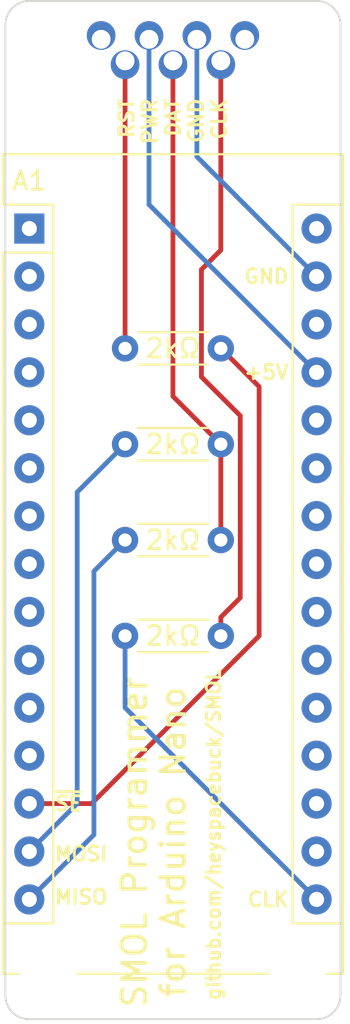
<source format=kicad_pcb>
(kicad_pcb (version 20171130) (host pcbnew "(5.1.2)-1")

  (general
    (thickness 1.6)
    (drawings 17)
    (tracks 34)
    (zones 0)
    (modules 12)
    (nets 11)
  )

  (page USLetter)
  (layers
    (0 F.Cu signal)
    (31 B.Cu signal)
    (36 B.SilkS user)
    (37 F.SilkS user)
    (38 B.Mask user hide)
    (39 F.Mask user hide)
    (40 Dwgs.User user hide)
    (41 Cmts.User user hide)
    (44 Edge.Cuts user)
    (45 Margin user)
    (46 B.CrtYd user)
    (47 F.CrtYd user)
  )

  (setup
    (last_trace_width 0.254)
    (trace_clearance 0.2032)
    (zone_clearance 0.3556)
    (zone_45_only no)
    (trace_min 0.2)
    (via_size 0.6096)
    (via_drill 0.4064)
    (via_min_size 0.4)
    (via_min_drill 0.3)
    (uvia_size 0.3048)
    (uvia_drill 0.1016)
    (uvias_allowed no)
    (uvia_min_size 0.2)
    (uvia_min_drill 0.1)
    (edge_width 0.1016)
    (segment_width 0.1016)
    (pcb_text_width 0.3)
    (pcb_text_size 1.5 1.5)
    (mod_edge_width 0.15)
    (mod_text_size 1 1)
    (mod_text_width 0.15)
    (pad_size 1.524 1.524)
    (pad_drill 1)
    (pad_to_mask_clearance 0.0508)
    (solder_mask_min_width 0.25)
    (aux_axis_origin 0 0)
    (visible_elements 7FFFFF7F)
    (pcbplotparams
      (layerselection 0x010f0_ffffffff)
      (usegerberextensions false)
      (usegerberattributes false)
      (usegerberadvancedattributes false)
      (creategerberjobfile false)
      (excludeedgelayer true)
      (linewidth 0.304800)
      (plotframeref false)
      (viasonmask false)
      (mode 1)
      (useauxorigin false)
      (hpglpennumber 1)
      (hpglpenspeed 20)
      (hpglpendiameter 15.000000)
      (psnegative false)
      (psa4output false)
      (plotreference true)
      (plotvalue true)
      (plotinvisibletext false)
      (padsonsilk false)
      (subtractmaskfromsilk false)
      (outputformat 1)
      (mirror false)
      (drillshape 0)
      (scaleselection 1)
      (outputdirectory "gerbs/"))
  )

  (net 0 "")
  (net 1 /prog_miso)
  (net 2 /pwr)
  (net 3 /prog_clk)
  (net 4 /prog_mosi)
  (net 5 /prog_reset)
  (net 6 /att_reset)
  (net 7 /att_data)
  (net 8 GNDREF)
  (net 9 /att_clk)
  (net 10 "Net-(A1-Pad17)")

  (net_class Default "This is the default net class."
    (clearance 0.2032)
    (trace_width 0.254)
    (via_dia 0.6096)
    (via_drill 0.4064)
    (uvia_dia 0.3048)
    (uvia_drill 0.1016)
    (add_net /att_clk)
    (add_net /att_data)
    (add_net /att_reset)
    (add_net /prog_clk)
    (add_net /prog_miso)
    (add_net /prog_mosi)
    (add_net /prog_reset)
    (add_net /pwr)
    (add_net GNDREF)
    (add_net "Net-(A1-Pad17)")
  )

  (net_class PWR ""
    (clearance 0.3048)
    (trace_width 0.4064)
    (via_dia 0.6096)
    (via_drill 0.4064)
    (uvia_dia 0.3048)
    (uvia_drill 0.1016)
  )

  (net_class Thick ""
    (clearance 0.3048)
    (trace_width 0.8128)
    (via_dia 0.6096)
    (via_drill 0.4064)
    (uvia_dia 0.3048)
    (uvia_drill 0.1016)
  )

  (module Wire_Pads:SolderWirePad_single_1mmDrill (layer F.Cu) (tedit 5CE1FD93) (tstamp 5CC60BEB)
    (at 31.75 14.097 90)
    (fp_text reference HOLE6 (at 0 -3.81 90) (layer F.SilkS) hide
      (effects (font (size 1 1) (thickness 0.15)))
    )
    (fp_text value SolderWirePad_single_1mmDrill (at -1.905 3.175 90) (layer F.Fab)
      (effects (font (size 1 1) (thickness 0.15)))
    )
    (pad 1 thru_hole oval (at 0 0 90) (size 1.524 1.524) (drill 1 (offset 0.2032 0)) (layers *.Cu *.Mask))
  )

  (module Mounting_Holes:MountingHole_3.2mm_M3 (layer F.Cu) (tedit 5CABC135) (tstamp 5CAC1F8E)
    (at 33.655 18.415)
    (descr "Mounting Hole 3.2mm, no annular, M3")
    (tags "mounting hole 3.2mm no annular m3")
    (attr virtual)
    (fp_text reference HOLE2 (at 0 -4.2) (layer F.SilkS) hide
      (effects (font (size 1 1) (thickness 0.15)))
    )
    (fp_text value MountingHole_3.2mm_M3 (at 0 4.2) (layer F.Fab)
      (effects (font (size 1 1) (thickness 0.15)))
    )
    (fp_circle (center 0 0) (end 1.905 0) (layer F.CrtYd) (width 0.05))
    (fp_circle (center 0 0) (end 1.778 0) (layer Cmts.User) (width 0.15))
    (fp_text user %R (at 0.3 0) (layer F.Fab)
      (effects (font (size 1 1) (thickness 0.15)))
    )
    (pad "" np_thru_hole circle (at 0 0) (size 3 3) (drill 3) (layers *.Cu *.Mask))
  )

  (module Mounting_Holes:MountingHole_3.2mm_M3 (layer F.Cu) (tedit 5CABC135) (tstamp 5CAC1E43)
    (at 34.544 63.5)
    (descr "Mounting Hole 3.2mm, no annular, M3")
    (tags "mounting hole 3.2mm no annular m3")
    (attr virtual)
    (fp_text reference HOLE4 (at 0 -4.2) (layer F.SilkS) hide
      (effects (font (size 1 1) (thickness 0.15)))
    )
    (fp_text value MountingHole_3.2mm_M3 (at 0 4.2) (layer F.Fab)
      (effects (font (size 1 1) (thickness 0.15)))
    )
    (fp_circle (center 0 0) (end 1.905 0) (layer F.CrtYd) (width 0.05))
    (fp_circle (center 0 0) (end 1.778 0) (layer Cmts.User) (width 0.15))
    (fp_text user %R (at 0.3 0) (layer F.Fab)
      (effects (font (size 1 1) (thickness 0.15)))
    )
    (pad "" np_thru_hole circle (at 0 0) (size 3 3) (drill 3) (layers *.Cu *.Mask))
  )

  (module Mounting_Holes:MountingHole_3.2mm_M3 (layer F.Cu) (tedit 5CABC135) (tstamp 5CAC1E35)
    (at 21.336 63.5)
    (descr "Mounting Hole 3.2mm, no annular, M3")
    (tags "mounting hole 3.2mm no annular m3")
    (attr virtual)
    (fp_text reference HOLE3 (at 0 -4.2) (layer F.SilkS) hide
      (effects (font (size 1 1) (thickness 0.15)))
    )
    (fp_text value MountingHole_3.2mm_M3 (at 0 4.2) (layer F.Fab)
      (effects (font (size 1 1) (thickness 0.15)))
    )
    (fp_text user %R (at 0.3 0) (layer F.Fab)
      (effects (font (size 1 1) (thickness 0.15)))
    )
    (fp_circle (center 0 0) (end 1.778 0) (layer Cmts.User) (width 0.15))
    (fp_circle (center 0 0) (end 1.905 0) (layer F.CrtYd) (width 0.05))
    (pad "" np_thru_hole circle (at 0 0) (size 3 3) (drill 3) (layers *.Cu *.Mask))
  )

  (module Mounting_Holes:MountingHole_3.2mm_M3 (layer F.Cu) (tedit 5CABC135) (tstamp 5CAC1D20)
    (at 22.225 18.415)
    (descr "Mounting Hole 3.2mm, no annular, M3")
    (tags "mounting hole 3.2mm no annular m3")
    (attr virtual)
    (fp_text reference HOLE1 (at 0 -4.2) (layer F.SilkS) hide
      (effects (font (size 1 1) (thickness 0.15)))
    )
    (fp_text value MountingHole_3.2mm_M3 (at 0 4.2) (layer F.Fab)
      (effects (font (size 1 1) (thickness 0.15)))
    )
    (fp_text user %R (at 0.3 0) (layer F.Fab)
      (effects (font (size 1 1) (thickness 0.15)))
    )
    (fp_circle (center 0 0) (end 1.778 0) (layer Cmts.User) (width 0.15))
    (fp_circle (center 0 0) (end 1.905 0) (layer F.CrtYd) (width 0.05))
    (pad "" np_thru_hole circle (at 0 0) (size 3 3) (drill 3) (layers *.Cu *.Mask))
  )

  (module SMOL_footprints:edgeconn (layer F.Cu) (tedit 5CC60A11) (tstamp 5CAC0BA6)
    (at 25.4 14.605 90)
    (descr "Through hole straight pin header, 1x06, 2.00mm pitch, single row")
    (tags "Through hole pin header THT 1x06 2.00mm single row")
    (path /5BDCB3F8)
    (fp_text reference J2 (at 0 -2.06 90) (layer F.SilkS) hide
      (effects (font (size 1 1) (thickness 0.15)))
    )
    (fp_text value Conn_01x05 (at 0.127 6.35 90) (layer F.Fab)
      (effects (font (size 1 1) (thickness 0.15)))
    )
    (fp_line (start -1.5 -0.611) (end -1.5 5.658) (layer F.CrtYd) (width 0.05))
    (fp_line (start -1.5 5.658) (end 1.5 5.658) (layer F.CrtYd) (width 0.05))
    (fp_line (start 1.5 5.658) (end 1.5 -0.611) (layer F.CrtYd) (width 0.05))
    (fp_line (start 1.5 -0.611) (end -1.5 -0.611) (layer F.CrtYd) (width 0.05))
    (fp_text user %R (at 0 -2.06 90) (layer F.Fab)
      (effects (font (size 1 1) (thickness 0.15)))
    )
    (pad 1 thru_hole oval (at -0.635 0 90) (size 1.524 1.524) (drill 1 (offset -0.2032 0)) (layers *.Cu *.Mask)
      (net 6 /att_reset))
    (pad 2 thru_hole oval (at 0.508 1.27 90) (size 1.524 1.524) (drill 1 (offset 0.2032 0)) (layers *.Cu *.Mask)
      (net 2 /pwr))
    (pad 3 thru_hole oval (at -0.635 2.54 90) (size 1.524 1.524) (drill 1 (offset -0.2032 0)) (layers *.Cu *.Mask)
      (net 7 /att_data))
    (pad 4 thru_hole oval (at 0.508 3.81 90) (size 1.524 1.524) (drill 1 (offset 0.2032 0)) (layers *.Cu *.Mask)
      (net 8 GNDREF))
    (pad 5 thru_hole oval (at -0.635 5.08 90) (size 1.524 1.524) (drill 1 (offset -0.2032 0)) (layers *.Cu *.Mask)
      (net 9 /att_clk))
    (model ${KISYS3DMOD}/Pin_Headers.3dshapes/Pin_Header_Straight_1x06_Pitch2.00mm.wrl
      (at (xyz 0 0 0))
      (scale (xyz 1 1 1))
      (rotate (xyz 0 0 0))
    )
  )

  (module Modules:Arduino_Nano (layer F.Cu) (tedit 58ACAF70) (tstamp 5CAC0B81)
    (at 20.32 24.13)
    (descr "Arduino Nano, http://www.mouser.com/pdfdocs/Gravitech_Arduino_Nano3_0.pdf")
    (tags "Arduino Nano")
    (path /5CABB7A9)
    (fp_text reference A1 (at 0 -2.54) (layer F.SilkS)
      (effects (font (size 1 1) (thickness 0.15)))
    )
    (fp_text value Arduino_Nano_v3.x (at 8.89 19.05 90) (layer F.Fab)
      (effects (font (size 1 1) (thickness 0.15)))
    )
    (fp_line (start 16.75 42.16) (end -1.53 42.16) (layer F.CrtYd) (width 0.05))
    (fp_line (start 16.75 42.16) (end 16.75 -4.06) (layer F.CrtYd) (width 0.05))
    (fp_line (start -1.53 -4.06) (end -1.53 42.16) (layer F.CrtYd) (width 0.05))
    (fp_line (start -1.53 -4.06) (end 16.75 -4.06) (layer F.CrtYd) (width 0.05))
    (fp_line (start 16.51 -3.81) (end 16.51 39.37) (layer F.Fab) (width 0.1))
    (fp_line (start 0 -3.81) (end 16.51 -3.81) (layer F.Fab) (width 0.1))
    (fp_line (start -1.27 -2.54) (end 0 -3.81) (layer F.Fab) (width 0.1))
    (fp_line (start -1.27 39.37) (end -1.27 -2.54) (layer F.Fab) (width 0.1))
    (fp_line (start 16.51 39.37) (end -1.27 39.37) (layer F.Fab) (width 0.1))
    (fp_line (start 16.64 -3.94) (end -1.4 -3.94) (layer F.SilkS) (width 0.12))
    (fp_line (start 16.64 39.5) (end 16.64 -3.94) (layer F.SilkS) (width 0.12))
    (fp_line (start -1.4 39.5) (end 16.64 39.5) (layer F.SilkS) (width 0.12))
    (fp_line (start 3.81 41.91) (end 3.81 31.75) (layer F.Fab) (width 0.1))
    (fp_line (start 11.43 41.91) (end 3.81 41.91) (layer F.Fab) (width 0.1))
    (fp_line (start 11.43 31.75) (end 11.43 41.91) (layer F.Fab) (width 0.1))
    (fp_line (start 3.81 31.75) (end 11.43 31.75) (layer F.Fab) (width 0.1))
    (fp_line (start 1.27 36.83) (end -1.4 36.83) (layer F.SilkS) (width 0.12))
    (fp_line (start 1.27 1.27) (end 1.27 36.83) (layer F.SilkS) (width 0.12))
    (fp_line (start 1.27 1.27) (end -1.4 1.27) (layer F.SilkS) (width 0.12))
    (fp_line (start 13.97 36.83) (end 16.64 36.83) (layer F.SilkS) (width 0.12))
    (fp_line (start 13.97 -1.27) (end 13.97 36.83) (layer F.SilkS) (width 0.12))
    (fp_line (start 13.97 -1.27) (end 16.64 -1.27) (layer F.SilkS) (width 0.12))
    (fp_line (start -1.4 -3.94) (end -1.4 -1.27) (layer F.SilkS) (width 0.12))
    (fp_line (start -1.4 1.27) (end -1.4 39.5) (layer F.SilkS) (width 0.12))
    (fp_line (start 1.27 -1.27) (end -1.4 -1.27) (layer F.SilkS) (width 0.12))
    (fp_line (start 1.27 1.27) (end 1.27 -1.27) (layer F.SilkS) (width 0.12))
    (fp_text user %R (at 6.35 19.05 90) (layer F.Fab)
      (effects (font (size 1 1) (thickness 0.15)))
    )
    (pad 16 thru_hole oval (at 15.24 35.56) (size 1.6 1.6) (drill 0.8) (layers *.Cu *.Mask)
      (net 3 /prog_clk))
    (pad 15 thru_hole oval (at 0 35.56) (size 1.6 1.6) (drill 0.8) (layers *.Cu *.Mask)
      (net 4 /prog_mosi))
    (pad 30 thru_hole oval (at 15.24 0) (size 1.6 1.6) (drill 0.8) (layers *.Cu *.Mask))
    (pad 14 thru_hole oval (at 0 33.02) (size 1.6 1.6) (drill 0.8) (layers *.Cu *.Mask)
      (net 1 /prog_miso))
    (pad 29 thru_hole oval (at 15.24 2.54) (size 1.6 1.6) (drill 0.8) (layers *.Cu *.Mask)
      (net 8 GNDREF))
    (pad 13 thru_hole oval (at 0 30.48) (size 1.6 1.6) (drill 0.8) (layers *.Cu *.Mask)
      (net 5 /prog_reset))
    (pad 28 thru_hole oval (at 15.24 5.08) (size 1.6 1.6) (drill 0.8) (layers *.Cu *.Mask))
    (pad 12 thru_hole oval (at 0 27.94) (size 1.6 1.6) (drill 0.8) (layers *.Cu *.Mask))
    (pad 27 thru_hole oval (at 15.24 7.62) (size 1.6 1.6) (drill 0.8) (layers *.Cu *.Mask)
      (net 2 /pwr))
    (pad 11 thru_hole oval (at 0 25.4) (size 1.6 1.6) (drill 0.8) (layers *.Cu *.Mask))
    (pad 26 thru_hole oval (at 15.24 10.16) (size 1.6 1.6) (drill 0.8) (layers *.Cu *.Mask))
    (pad 10 thru_hole oval (at 0 22.86) (size 1.6 1.6) (drill 0.8) (layers *.Cu *.Mask))
    (pad 25 thru_hole oval (at 15.24 12.7) (size 1.6 1.6) (drill 0.8) (layers *.Cu *.Mask))
    (pad 9 thru_hole oval (at 0 20.32) (size 1.6 1.6) (drill 0.8) (layers *.Cu *.Mask))
    (pad 24 thru_hole oval (at 15.24 15.24) (size 1.6 1.6) (drill 0.8) (layers *.Cu *.Mask))
    (pad 8 thru_hole oval (at 0 17.78) (size 1.6 1.6) (drill 0.8) (layers *.Cu *.Mask))
    (pad 23 thru_hole oval (at 15.24 17.78) (size 1.6 1.6) (drill 0.8) (layers *.Cu *.Mask))
    (pad 7 thru_hole oval (at 0 15.24) (size 1.6 1.6) (drill 0.8) (layers *.Cu *.Mask))
    (pad 22 thru_hole oval (at 15.24 20.32) (size 1.6 1.6) (drill 0.8) (layers *.Cu *.Mask))
    (pad 6 thru_hole oval (at 0 12.7) (size 1.6 1.6) (drill 0.8) (layers *.Cu *.Mask))
    (pad 21 thru_hole oval (at 15.24 22.86) (size 1.6 1.6) (drill 0.8) (layers *.Cu *.Mask))
    (pad 5 thru_hole oval (at 0 10.16) (size 1.6 1.6) (drill 0.8) (layers *.Cu *.Mask))
    (pad 20 thru_hole oval (at 15.24 25.4) (size 1.6 1.6) (drill 0.8) (layers *.Cu *.Mask))
    (pad 4 thru_hole oval (at 0 7.62) (size 1.6 1.6) (drill 0.8) (layers *.Cu *.Mask)
      (net 8 GNDREF))
    (pad 19 thru_hole oval (at 15.24 27.94) (size 1.6 1.6) (drill 0.8) (layers *.Cu *.Mask))
    (pad 3 thru_hole oval (at 0 5.08) (size 1.6 1.6) (drill 0.8) (layers *.Cu *.Mask))
    (pad 18 thru_hole oval (at 15.24 30.48) (size 1.6 1.6) (drill 0.8) (layers *.Cu *.Mask))
    (pad 2 thru_hole oval (at 0 2.54) (size 1.6 1.6) (drill 0.8) (layers *.Cu *.Mask))
    (pad 17 thru_hole oval (at 15.24 33.02) (size 1.6 1.6) (drill 0.8) (layers *.Cu *.Mask)
      (net 10 "Net-(A1-Pad17)"))
    (pad 1 thru_hole rect (at 0 0) (size 1.6 1.6) (drill 0.8) (layers *.Cu *.Mask))
  )

  (module Resistors_THT:R_Axial_DIN0204_L3.6mm_D1.6mm_P5.08mm_Horizontal (layer F.Cu) (tedit 5CABBC03) (tstamp 5CAC0BB8)
    (at 30.48 30.48 180)
    (descr "Resistor, Axial_DIN0204 series, Axial, Horizontal, pin pitch=5.08mm, 0.16666666666666666W = 1/6W, length*diameter=3.6*1.6mm^2, http://cdn-reichelt.de/documents/datenblatt/B400/1_4W%23YAG.pdf")
    (tags "Resistor Axial_DIN0204 series Axial Horizontal pin pitch 5.08mm 0.16666666666666666W = 1/6W length 3.6mm diameter 1.6mm")
    (path /5BDCB8DB)
    (fp_text reference 2kΩ (at 2.54 0 180) (layer F.SilkS)
      (effects (font (size 1 1) (thickness 0.15)))
    )
    (fp_text value 2k (at 2.54 1.86 180) (layer F.Fab)
      (effects (font (size 1 1) (thickness 0.15)))
    )
    (fp_line (start 6.05 -1.15) (end -0.95 -1.15) (layer F.CrtYd) (width 0.05))
    (fp_line (start 6.05 1.15) (end 6.05 -1.15) (layer F.CrtYd) (width 0.05))
    (fp_line (start -0.95 1.15) (end 6.05 1.15) (layer F.CrtYd) (width 0.05))
    (fp_line (start -0.95 -1.15) (end -0.95 1.15) (layer F.CrtYd) (width 0.05))
    (fp_line (start 0.68 0.86) (end 4.4 0.86) (layer F.SilkS) (width 0.12))
    (fp_line (start 0.68 -0.86) (end 4.4 -0.86) (layer F.SilkS) (width 0.12))
    (fp_line (start 5.08 0) (end 4.34 0) (layer F.Fab) (width 0.1))
    (fp_line (start 0 0) (end 0.74 0) (layer F.Fab) (width 0.1))
    (fp_line (start 4.34 -0.8) (end 0.74 -0.8) (layer F.Fab) (width 0.1))
    (fp_line (start 4.34 0.8) (end 4.34 -0.8) (layer F.Fab) (width 0.1))
    (fp_line (start 0.74 0.8) (end 4.34 0.8) (layer F.Fab) (width 0.1))
    (fp_line (start 0.74 -0.8) (end 0.74 0.8) (layer F.Fab) (width 0.1))
    (pad 2 thru_hole oval (at 5.08 0 180) (size 1.4 1.4) (drill 0.7) (layers *.Cu *.Mask)
      (net 6 /att_reset))
    (pad 1 thru_hole circle (at 0 0 180) (size 1.4 1.4) (drill 0.7) (layers *.Cu *.Mask)
      (net 5 /prog_reset))
    (model ${KISYS3DMOD}/Resistors_THT.3dshapes/R_Axial_DIN0204_L3.6mm_D1.6mm_P5.08mm_Horizontal.wrl
      (at (xyz 0 0 0))
      (scale (xyz 0.393701 0.393701 0.393701))
      (rotate (xyz 0 0 0))
    )
  )

  (module Resistors_THT:R_Axial_DIN0204_L3.6mm_D1.6mm_P5.08mm_Horizontal (layer F.Cu) (tedit 5CABBBFC) (tstamp 5CAC0BCA)
    (at 25.4 35.56)
    (descr "Resistor, Axial_DIN0204 series, Axial, Horizontal, pin pitch=5.08mm, 0.16666666666666666W = 1/6W, length*diameter=3.6*1.6mm^2, http://cdn-reichelt.de/documents/datenblatt/B400/1_4W%23YAG.pdf")
    (tags "Resistor Axial_DIN0204 series Axial Horizontal pin pitch 5.08mm 0.16666666666666666W = 1/6W length 3.6mm diameter 1.6mm")
    (path /5BDCBA74)
    (fp_text reference 2kΩ (at 2.54 0) (layer F.SilkS)
      (effects (font (size 1 1) (thickness 0.15)))
    )
    (fp_text value 2k (at 2.54 1.86) (layer F.Fab)
      (effects (font (size 1 1) (thickness 0.15)))
    )
    (fp_line (start 0.74 -0.8) (end 0.74 0.8) (layer F.Fab) (width 0.1))
    (fp_line (start 0.74 0.8) (end 4.34 0.8) (layer F.Fab) (width 0.1))
    (fp_line (start 4.34 0.8) (end 4.34 -0.8) (layer F.Fab) (width 0.1))
    (fp_line (start 4.34 -0.8) (end 0.74 -0.8) (layer F.Fab) (width 0.1))
    (fp_line (start 0 0) (end 0.74 0) (layer F.Fab) (width 0.1))
    (fp_line (start 5.08 0) (end 4.34 0) (layer F.Fab) (width 0.1))
    (fp_line (start 0.68 -0.86) (end 4.4 -0.86) (layer F.SilkS) (width 0.12))
    (fp_line (start 0.68 0.86) (end 4.4 0.86) (layer F.SilkS) (width 0.12))
    (fp_line (start -0.95 -1.15) (end -0.95 1.15) (layer F.CrtYd) (width 0.05))
    (fp_line (start -0.95 1.15) (end 6.05 1.15) (layer F.CrtYd) (width 0.05))
    (fp_line (start 6.05 1.15) (end 6.05 -1.15) (layer F.CrtYd) (width 0.05))
    (fp_line (start 6.05 -1.15) (end -0.95 -1.15) (layer F.CrtYd) (width 0.05))
    (pad 1 thru_hole circle (at 0 0) (size 1.4 1.4) (drill 0.7) (layers *.Cu *.Mask)
      (net 1 /prog_miso))
    (pad 2 thru_hole oval (at 5.08 0) (size 1.4 1.4) (drill 0.7) (layers *.Cu *.Mask)
      (net 7 /att_data))
    (model ${KISYS3DMOD}/Resistors_THT.3dshapes/R_Axial_DIN0204_L3.6mm_D1.6mm_P5.08mm_Horizontal.wrl
      (at (xyz 0 0 0))
      (scale (xyz 0.393701 0.393701 0.393701))
      (rotate (xyz 0 0 0))
    )
  )

  (module Resistors_THT:R_Axial_DIN0204_L3.6mm_D1.6mm_P5.08mm_Horizontal (layer F.Cu) (tedit 5CABBBF7) (tstamp 5CAC0BDC)
    (at 25.4 40.64)
    (descr "Resistor, Axial_DIN0204 series, Axial, Horizontal, pin pitch=5.08mm, 0.16666666666666666W = 1/6W, length*diameter=3.6*1.6mm^2, http://cdn-reichelt.de/documents/datenblatt/B400/1_4W%23YAG.pdf")
    (tags "Resistor Axial_DIN0204 series Axial Horizontal pin pitch 5.08mm 0.16666666666666666W = 1/6W length 3.6mm diameter 1.6mm")
    (path /5BDCBA9A)
    (fp_text reference 2kΩ (at 2.54 0) (layer F.SilkS)
      (effects (font (size 1 1) (thickness 0.15)))
    )
    (fp_text value 2k (at 2.54 1.86) (layer F.Fab)
      (effects (font (size 1 1) (thickness 0.15)))
    )
    (fp_line (start 6.05 -1.15) (end -0.95 -1.15) (layer F.CrtYd) (width 0.05))
    (fp_line (start 6.05 1.15) (end 6.05 -1.15) (layer F.CrtYd) (width 0.05))
    (fp_line (start -0.95 1.15) (end 6.05 1.15) (layer F.CrtYd) (width 0.05))
    (fp_line (start -0.95 -1.15) (end -0.95 1.15) (layer F.CrtYd) (width 0.05))
    (fp_line (start 0.68 0.86) (end 4.4 0.86) (layer F.SilkS) (width 0.12))
    (fp_line (start 0.68 -0.86) (end 4.4 -0.86) (layer F.SilkS) (width 0.12))
    (fp_line (start 5.08 0) (end 4.34 0) (layer F.Fab) (width 0.1))
    (fp_line (start 0 0) (end 0.74 0) (layer F.Fab) (width 0.1))
    (fp_line (start 4.34 -0.8) (end 0.74 -0.8) (layer F.Fab) (width 0.1))
    (fp_line (start 4.34 0.8) (end 4.34 -0.8) (layer F.Fab) (width 0.1))
    (fp_line (start 0.74 0.8) (end 4.34 0.8) (layer F.Fab) (width 0.1))
    (fp_line (start 0.74 -0.8) (end 0.74 0.8) (layer F.Fab) (width 0.1))
    (pad 2 thru_hole oval (at 5.08 0) (size 1.4 1.4) (drill 0.7) (layers *.Cu *.Mask)
      (net 7 /att_data))
    (pad 1 thru_hole circle (at 0 0) (size 1.4 1.4) (drill 0.7) (layers *.Cu *.Mask)
      (net 4 /prog_mosi))
    (model ${KISYS3DMOD}/Resistors_THT.3dshapes/R_Axial_DIN0204_L3.6mm_D1.6mm_P5.08mm_Horizontal.wrl
      (at (xyz 0 0 0))
      (scale (xyz 0.393701 0.393701 0.393701))
      (rotate (xyz 0 0 0))
    )
  )

  (module Resistors_THT:R_Axial_DIN0204_L3.6mm_D1.6mm_P5.08mm_Horizontal (layer F.Cu) (tedit 5CABBBEB) (tstamp 5CAC0BEE)
    (at 25.4 45.72)
    (descr "Resistor, Axial_DIN0204 series, Axial, Horizontal, pin pitch=5.08mm, 0.16666666666666666W = 1/6W, length*diameter=3.6*1.6mm^2, http://cdn-reichelt.de/documents/datenblatt/B400/1_4W%23YAG.pdf")
    (tags "Resistor Axial_DIN0204 series Axial Horizontal pin pitch 5.08mm 0.16666666666666666W = 1/6W length 3.6mm diameter 1.6mm")
    (path /5BDCBAC2)
    (fp_text reference 2kΩ (at 2.54 0) (layer F.SilkS)
      (effects (font (size 1 1) (thickness 0.15)))
    )
    (fp_text value 2k (at 2.54 1.86) (layer F.Fab)
      (effects (font (size 1 1) (thickness 0.15)))
    )
    (fp_line (start 0.74 -0.8) (end 0.74 0.8) (layer F.Fab) (width 0.1))
    (fp_line (start 0.74 0.8) (end 4.34 0.8) (layer F.Fab) (width 0.1))
    (fp_line (start 4.34 0.8) (end 4.34 -0.8) (layer F.Fab) (width 0.1))
    (fp_line (start 4.34 -0.8) (end 0.74 -0.8) (layer F.Fab) (width 0.1))
    (fp_line (start 0 0) (end 0.74 0) (layer F.Fab) (width 0.1))
    (fp_line (start 5.08 0) (end 4.34 0) (layer F.Fab) (width 0.1))
    (fp_line (start 0.68 -0.86) (end 4.4 -0.86) (layer F.SilkS) (width 0.12))
    (fp_line (start 0.68 0.86) (end 4.4 0.86) (layer F.SilkS) (width 0.12))
    (fp_line (start -0.95 -1.15) (end -0.95 1.15) (layer F.CrtYd) (width 0.05))
    (fp_line (start -0.95 1.15) (end 6.05 1.15) (layer F.CrtYd) (width 0.05))
    (fp_line (start 6.05 1.15) (end 6.05 -1.15) (layer F.CrtYd) (width 0.05))
    (fp_line (start 6.05 -1.15) (end -0.95 -1.15) (layer F.CrtYd) (width 0.05))
    (pad 1 thru_hole circle (at 0 0) (size 1.4 1.4) (drill 0.7) (layers *.Cu *.Mask)
      (net 3 /prog_clk))
    (pad 2 thru_hole oval (at 5.08 0) (size 1.4 1.4) (drill 0.7) (layers *.Cu *.Mask)
      (net 9 /att_clk))
    (model ${KISYS3DMOD}/Resistors_THT.3dshapes/R_Axial_DIN0204_L3.6mm_D1.6mm_P5.08mm_Horizontal.wrl
      (at (xyz 0 0 0))
      (scale (xyz 0.393701 0.393701 0.393701))
      (rotate (xyz 0 0 0))
    )
  )

  (module Wire_Pads:SolderWirePad_single_1mmDrill (layer F.Cu) (tedit 5CE1FD56) (tstamp 5CC608EC)
    (at 24.13 14.097 90)
    (fp_text reference HOLE5 (at 0 -3.81 90) (layer F.SilkS) hide
      (effects (font (size 1 1) (thickness 0.15)))
    )
    (fp_text value SolderWirePad_single_1mmDrill (at -1.905 3.175 90) (layer F.Fab)
      (effects (font (size 1 1) (thickness 0.15)))
    )
    (pad 1 thru_hole oval (at 0 0 90) (size 1.524 1.524) (drill 1 (offset 0.2032 0)) (layers *.Cu *.Mask))
  )

  (gr_text github.com/heyspacebuck/SMOL (at 30.099 56.261 90) (layer F.SilkS)
    (effects (font (size 0.7112 0.7112) (thickness 0.1524)))
  )
  (gr_text "SMOL Programmer\nfor Arduino Nano" (at 26.924 56.642 90) (layer F.SilkS)
    (effects (font (size 1.27 1.27) (thickness 0.2032)))
  )
  (gr_text CLK (at 34.163 59.69) (layer F.SilkS) (tstamp 5CC404A2)
    (effects (font (size 0.762 0.762) (thickness 0.15875)) (justify right))
  )
  (gr_text ~SE (at 21.59 54.61) (layer F.SilkS) (tstamp 5CC4049B)
    (effects (font (size 0.762 0.762) (thickness 0.15875)) (justify left))
  )
  (gr_text MISO (at 21.59 59.563) (layer F.SilkS) (tstamp 5CC40496)
    (effects (font (size 0.762 0.762) (thickness 0.15875)) (justify left))
  )
  (gr_text MOSI (at 21.59 57.277) (layer F.SilkS) (tstamp 5CC4048D)
    (effects (font (size 0.762 0.762) (thickness 0.15875)) (justify left))
  )
  (gr_text +5V (at 34.163 31.75) (layer F.SilkS) (tstamp 5CC40487)
    (effects (font (size 0.762 0.762) (thickness 0.15875)) (justify right))
  )
  (gr_text GND (at 34.163 26.67) (layer F.SilkS) (tstamp 5CC4047E)
    (effects (font (size 0.762 0.762) (thickness 0.15875)) (justify right))
  )
  (gr_arc (start 20.32 64.77) (end 19.05 64.77) (angle -90) (layer Edge.Cuts) (width 0.1016))
  (gr_arc (start 35.56 64.77) (end 35.56 66.04) (angle -90) (layer Edge.Cuts) (width 0.1016))
  (gr_arc (start 35.56 13.335) (end 36.83 13.335) (angle -90) (layer Edge.Cuts) (width 0.1016))
  (gr_arc (start 20.32 13.335) (end 20.32 12.065) (angle -90) (layer Edge.Cuts) (width 0.1016))
  (gr_line (start 35.56 12.065) (end 20.32 12.065) (layer Edge.Cuts) (width 0.1016))
  (gr_line (start 36.83 64.77) (end 36.83 13.335) (layer Edge.Cuts) (width 0.1016))
  (gr_line (start 20.32 66.04) (end 35.56 66.04) (layer Edge.Cuts) (width 0.1016))
  (gr_line (start 19.05 13.335) (end 19.05 64.77) (layer Edge.Cuts) (width 0.1016))
  (gr_text "RST\nPWR\nDAT\nGND\nCLK" (at 27.94 17.145 90) (layer F.SilkS)
    (effects (font (size 0.762 0.762) (thickness 0.15875)) (justify right))
  )

  (segment (start 21.119999 56.350001) (end 20.32 57.15) (width 0.254) (layer B.Cu) (net 1))
  (segment (start 22.86 54.61) (end 21.119999 56.350001) (width 0.254) (layer B.Cu) (net 1))
  (segment (start 25.4 35.56) (end 22.86 38.1) (width 0.254) (layer B.Cu) (net 1))
  (segment (start 22.86 38.1) (end 22.86 54.61) (width 0.254) (layer B.Cu) (net 1))
  (segment (start 35.56 31.75) (end 26.67 22.86) (width 0.254) (layer B.Cu) (net 2))
  (segment (start 26.67 15.096742) (end 26.67 14.097) (width 0.254) (layer B.Cu) (net 2))
  (segment (start 26.67 22.86) (end 26.67 15.096742) (width 0.254) (layer B.Cu) (net 2))
  (segment (start 34.760001 58.890001) (end 35.56 59.69) (width 0.254) (layer B.Cu) (net 3))
  (segment (start 25.4 45.72) (end 25.4 49.53) (width 0.254) (layer B.Cu) (net 3))
  (segment (start 25.4 49.53) (end 34.760001 58.890001) (width 0.254) (layer B.Cu) (net 3))
  (segment (start 23.749 42.291) (end 25.4 40.64) (width 0.254) (layer B.Cu) (net 4))
  (segment (start 20.32 59.69) (end 23.749 56.261) (width 0.254) (layer B.Cu) (net 4))
  (segment (start 23.749 56.261) (end 23.749 42.291) (width 0.254) (layer B.Cu) (net 4))
  (segment (start 31.179999 31.179999) (end 30.48 30.48) (width 0.254) (layer F.Cu) (net 5))
  (segment (start 32.512 32.512) (end 31.179999 31.179999) (width 0.254) (layer F.Cu) (net 5))
  (segment (start 32.512 45.72) (end 32.512 32.512) (width 0.254) (layer F.Cu) (net 5))
  (segment (start 20.32 54.61) (end 23.622 54.61) (width 0.254) (layer F.Cu) (net 5))
  (segment (start 23.622 54.61) (end 32.512 45.72) (width 0.254) (layer F.Cu) (net 5))
  (segment (start 25.4 29.490051) (end 25.4 15.24) (width 0.254) (layer F.Cu) (net 6))
  (segment (start 25.4 30.48) (end 25.4 29.490051) (width 0.254) (layer F.Cu) (net 6))
  (segment (start 30.48 35.56) (end 30.48 40.64) (width 0.254) (layer F.Cu) (net 7))
  (segment (start 30.48 35.56) (end 27.94 33.02) (width 0.254) (layer F.Cu) (net 7))
  (segment (start 27.94 33.02) (end 27.94 15.24) (width 0.254) (layer F.Cu) (net 7))
  (segment (start 35.56 26.67) (end 34.925 26.67) (width 0.254) (layer B.Cu) (net 8))
  (segment (start 35.56 26.67) (end 29.21 20.32) (width 0.254) (layer B.Cu) (net 8))
  (segment (start 29.21 15.096742) (end 29.21 14.097) (width 0.254) (layer B.Cu) (net 8))
  (segment (start 29.21 20.32) (end 29.21 15.096742) (width 0.254) (layer B.Cu) (net 8))
  (segment (start 31.510201 43.69985) (end 31.510201 34.050201) (width 0.254) (layer F.Cu) (net 9))
  (segment (start 30.48 45.72) (end 30.48 44.730051) (width 0.254) (layer F.Cu) (net 9))
  (segment (start 30.48 44.730051) (end 31.510201 43.69985) (width 0.254) (layer F.Cu) (net 9))
  (segment (start 29.449799 31.989799) (end 29.449799 26.303201) (width 0.254) (layer F.Cu) (net 9))
  (segment (start 31.510201 34.050201) (end 29.449799 31.989799) (width 0.254) (layer F.Cu) (net 9))
  (segment (start 29.449799 26.303201) (end 30.48 25.273) (width 0.254) (layer F.Cu) (net 9))
  (segment (start 30.48 25.273) (end 30.48 15.24) (width 0.254) (layer F.Cu) (net 9))

)

</source>
